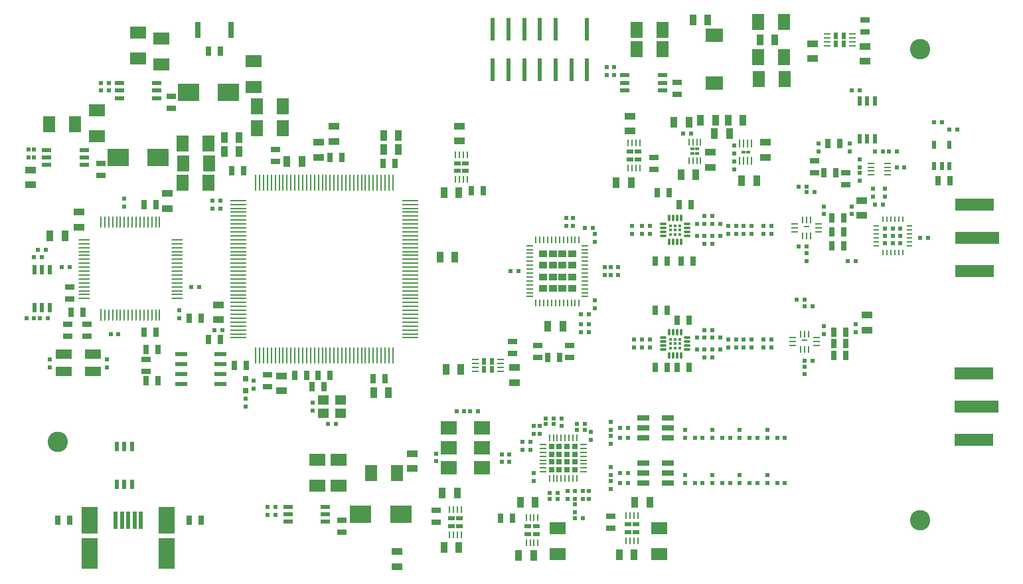
<source format=gtp>
G04 #@! TF.FileFunction,Paste,Top*
%FSLAX46Y46*%
G04 Gerber Fmt 4.6, Leading zero omitted, Abs format (unit mm)*
G04 Created by KiCad (PCBNEW 4.0.7) date 12/26/17 18:21:05*
%MOMM*%
%LPD*%
G01*
G04 APERTURE LIST*
%ADD10C,0.100000*%
%ADD11R,0.635000X1.143000*%
%ADD12R,0.250000X2.000000*%
%ADD13R,2.000000X0.250000*%
%ADD14R,1.397000X0.889000*%
%ADD15R,0.889000X1.397000*%
%ADD16R,0.500000X0.600000*%
%ADD17R,0.600000X0.500000*%
%ADD18R,1.143000X0.635000*%
%ADD19R,1.524000X2.032000*%
%ADD20R,2.032000X1.524000*%
%ADD21R,0.500380X2.250440*%
%ADD22R,2.049780X3.500120*%
%ADD23R,2.049780X4.000500*%
%ADD24R,4.900000X1.600000*%
%ADD25R,5.600000X1.600000*%
%ADD26R,1.500000X0.600000*%
%ADD27R,0.500000X1.300000*%
%ADD28R,0.248920X1.524000*%
%ADD29O,0.248920X1.524000*%
%ADD30O,1.524000X0.248920*%
%ADD31R,0.770000X0.250000*%
%ADD32O,1.000000X0.250000*%
%ADD33O,0.250000X1.000000*%
%ADD34R,1.300000X0.500000*%
%ADD35R,0.589255X0.589255*%
%ADD36R,0.800000X0.250000*%
%ADD37R,0.250000X0.800000*%
%ADD38O,0.900000X0.250000*%
%ADD39R,0.600000X1.100000*%
%ADD40R,0.341768X0.341768*%
%ADD41O,1.000000X0.300000*%
%ADD42O,0.300000X1.000000*%
%ADD43R,0.636396X0.636396*%
%ADD44R,0.862670X0.565685*%
%ADD45R,0.565685X0.862670*%
%ADD46R,0.565685X0.318198*%
%ADD47R,0.250000X1.000000*%
%ADD48R,0.797560X0.797560*%
%ADD49R,0.800000X2.000000*%
%ADD50R,1.400000X1.200000*%
%ADD51R,2.000000X1.200000*%
%ADD52R,1.650000X0.760000*%
%ADD53R,2.200000X1.700000*%
%ADD54R,2.700000X2.200000*%
%ADD55R,0.600000X3.000000*%
%ADD56R,1.140209X0.956361*%
%ADD57O,0.950000X0.250000*%
%ADD58O,0.250000X0.950000*%
%ADD59R,2.000000X1.800000*%
%ADD60C,2.600000*%
%ADD61R,0.530330X0.353553*%
%ADD62R,0.250000X0.850000*%
G04 APERTURE END LIST*
D10*
D11*
X167750000Y-97000000D03*
X166226000Y-97000000D03*
D12*
X132750000Y-87000000D03*
X132250000Y-87000000D03*
X131750000Y-87000000D03*
X131250000Y-87000000D03*
X130750000Y-87000000D03*
X130250000Y-87000000D03*
X129750000Y-87000000D03*
X129250000Y-87000000D03*
X128750000Y-87000000D03*
X128250000Y-87000000D03*
X127750000Y-87000000D03*
X127250000Y-87000000D03*
X126750000Y-87000000D03*
X126250000Y-87000000D03*
X125750000Y-87000000D03*
X125250000Y-87000000D03*
X124750000Y-87000000D03*
X124250000Y-87000000D03*
X123750000Y-87000000D03*
X123250000Y-87000000D03*
X122750000Y-87000000D03*
X122250000Y-87000000D03*
X121750000Y-87000000D03*
X121250000Y-87000000D03*
X120750000Y-87000000D03*
X120250000Y-87000000D03*
X119750000Y-87000000D03*
X119250000Y-87000000D03*
X118750000Y-87000000D03*
X118250000Y-87000000D03*
X117750000Y-87000000D03*
X117250000Y-87000000D03*
X116750000Y-87000000D03*
X116250000Y-87000000D03*
X115750000Y-87000000D03*
X115250000Y-87000000D03*
D13*
X113000000Y-89250000D03*
X113000000Y-89750000D03*
X113000000Y-90250000D03*
X113000000Y-90750000D03*
X113000000Y-91250000D03*
X113000000Y-91750000D03*
X113000000Y-92250000D03*
X113000000Y-92750000D03*
X113000000Y-93250000D03*
X113000000Y-93750000D03*
X113000000Y-94250000D03*
X113000000Y-94750000D03*
X113000000Y-95250000D03*
X113000000Y-95750000D03*
X113000000Y-96250000D03*
X113000000Y-96750000D03*
X113000000Y-97250000D03*
X113000000Y-97750000D03*
X113000000Y-98250000D03*
X113000000Y-98750000D03*
X113000000Y-99250000D03*
X113000000Y-99750000D03*
X113000000Y-100250000D03*
X113000000Y-100750000D03*
X113000000Y-101250000D03*
X113000000Y-101750000D03*
X113000000Y-102250000D03*
X113000000Y-102750000D03*
X113000000Y-103250000D03*
X113000000Y-103750000D03*
X113000000Y-104250000D03*
X113000000Y-104750000D03*
X113000000Y-105250000D03*
X113000000Y-105750000D03*
X113000000Y-106250000D03*
X113000000Y-106750000D03*
D12*
X115250000Y-109000000D03*
X115750000Y-109000000D03*
X116250000Y-109000000D03*
X116750000Y-109000000D03*
X117250000Y-109000000D03*
X117750000Y-109000000D03*
X118250000Y-109000000D03*
X118750000Y-109000000D03*
X119250000Y-109000000D03*
X119750000Y-109000000D03*
X120250000Y-109000000D03*
X120750000Y-109000000D03*
X121250000Y-109000000D03*
X121750000Y-109000000D03*
X122250000Y-109000000D03*
X122750000Y-109000000D03*
X123250000Y-109000000D03*
X123750000Y-109000000D03*
X124250000Y-109000000D03*
X124750000Y-109000000D03*
X125250000Y-109000000D03*
X125750000Y-109000000D03*
X126250000Y-109000000D03*
X126750000Y-109000000D03*
X127250000Y-109000000D03*
X127750000Y-109000000D03*
X128250000Y-109000000D03*
X128750000Y-109000000D03*
X129250000Y-109000000D03*
X129750000Y-109000000D03*
X130250000Y-109000000D03*
X130750000Y-109000000D03*
X131250000Y-109000000D03*
X131750000Y-109000000D03*
X132250000Y-109000000D03*
X132750000Y-109000000D03*
D13*
X135000000Y-106750000D03*
X135000000Y-106250000D03*
X135000000Y-105750000D03*
X135000000Y-105250000D03*
X135000000Y-104750000D03*
X135000000Y-104250000D03*
X135000000Y-103750000D03*
X135000000Y-103250000D03*
X135000000Y-102750000D03*
X135000000Y-102250000D03*
X135000000Y-101750000D03*
X135000000Y-101250000D03*
X135000000Y-100750000D03*
X135000000Y-100250000D03*
X135000000Y-99750000D03*
X135000000Y-99250000D03*
X135000000Y-98750000D03*
X135000000Y-98250000D03*
X135000000Y-97750000D03*
X135000000Y-97250000D03*
X135000000Y-96750000D03*
X135000000Y-96250000D03*
X135000000Y-95750000D03*
X135000000Y-95250000D03*
X135000000Y-94750000D03*
X135000000Y-94250000D03*
X135000000Y-93750000D03*
X135000000Y-93250000D03*
X135000000Y-92750000D03*
X135000000Y-92250000D03*
X135000000Y-91750000D03*
X135000000Y-91250000D03*
X135000000Y-90750000D03*
X135000000Y-90250000D03*
X135000000Y-89750000D03*
X135000000Y-89250000D03*
D11*
X110774000Y-107000000D03*
X109250000Y-107000000D03*
X112488000Y-110250000D03*
X114012000Y-110250000D03*
D14*
X110500000Y-104452500D03*
X110500000Y-102547500D03*
D11*
X124000000Y-113000000D03*
X122476000Y-113000000D03*
X113750000Y-85500000D03*
X112226000Y-85500000D03*
D15*
X133452500Y-81000000D03*
X131547500Y-81000000D03*
X140655000Y-96500000D03*
X138750000Y-96500000D03*
D11*
X123226000Y-111500000D03*
X124750000Y-111500000D03*
D15*
X121155000Y-84250000D03*
X119250000Y-84250000D03*
D14*
X123250000Y-81845000D03*
X123250000Y-83750000D03*
D16*
X109750000Y-89250000D03*
X110750000Y-89250000D03*
X109750000Y-90250000D03*
X110750000Y-90250000D03*
X110000000Y-105750000D03*
X111000000Y-105750000D03*
D17*
X115000000Y-113250000D03*
X115000000Y-112250000D03*
D11*
X109226000Y-70250000D03*
X110750000Y-70250000D03*
X100988000Y-106000000D03*
X102512000Y-106000000D03*
D17*
X96250000Y-109500000D03*
X96250000Y-110500000D03*
D18*
X91500000Y-101762000D03*
X91500000Y-100238000D03*
D11*
X100988000Y-89750000D03*
X102512000Y-89750000D03*
D14*
X92750000Y-90750000D03*
X92750000Y-92655000D03*
D17*
X89000000Y-110500000D03*
X89000000Y-109500000D03*
D11*
X106738000Y-104250000D03*
X108262000Y-104250000D03*
D18*
X91250000Y-105000000D03*
X91250000Y-106524000D03*
D15*
X89000000Y-93750000D03*
X90905000Y-93750000D03*
D11*
X101238000Y-112250000D03*
X102762000Y-112250000D03*
X101238000Y-108250000D03*
X102762000Y-108250000D03*
D18*
X93750000Y-104988000D03*
X93750000Y-106512000D03*
D11*
X131488000Y-84500000D03*
X133012000Y-84500000D03*
X124738000Y-83750000D03*
X126262000Y-83750000D03*
D18*
X117750000Y-84274000D03*
X117750000Y-82750000D03*
D14*
X125250000Y-79797500D03*
X125250000Y-81702500D03*
D15*
X133452500Y-82750000D03*
X131547500Y-82750000D03*
D11*
X121774000Y-111500000D03*
X120250000Y-111500000D03*
X130226000Y-112000000D03*
X131750000Y-112000000D03*
D18*
X116750000Y-111488000D03*
X116750000Y-113012000D03*
D14*
X118500000Y-113500000D03*
X118500000Y-111595000D03*
D15*
X132202500Y-113750000D03*
X130297500Y-113750000D03*
D18*
X151250000Y-109262000D03*
X151250000Y-107738000D03*
X155250000Y-109262000D03*
X155250000Y-107738000D03*
D16*
X160500000Y-98750000D03*
X161500000Y-98750000D03*
X160500000Y-97750000D03*
X161500000Y-97750000D03*
D17*
X159750000Y-98750000D03*
X159750000Y-97750000D03*
D15*
X152500000Y-105250000D03*
X154405000Y-105250000D03*
D17*
X154900000Y-92500000D03*
X154900000Y-91500000D03*
X155700000Y-92500000D03*
X155700000Y-91500000D03*
D16*
X184250000Y-101900000D03*
X185250000Y-101900000D03*
X185250000Y-102700000D03*
X186250000Y-102700000D03*
D17*
X185250000Y-111400000D03*
X185250000Y-110400000D03*
D16*
X186250000Y-109650000D03*
X185250000Y-109650000D03*
D14*
X193250000Y-103845000D03*
X193250000Y-105750000D03*
D17*
X191750000Y-105000000D03*
X191750000Y-106000000D03*
X187750000Y-105250000D03*
X187750000Y-106250000D03*
D16*
X181000000Y-108000000D03*
X180000000Y-108000000D03*
X181000000Y-107000000D03*
X180000000Y-107000000D03*
D17*
X175500000Y-107000000D03*
X175500000Y-108000000D03*
D16*
X171500000Y-108250000D03*
X172500000Y-108250000D03*
D11*
X168988000Y-104500000D03*
X170512000Y-104500000D03*
X167750000Y-110500000D03*
X166226000Y-110500000D03*
D17*
X163500000Y-107000000D03*
X163500000Y-108000000D03*
D19*
X133302000Y-124000000D03*
X130000000Y-124000000D03*
D20*
X153750000Y-134302000D03*
X153750000Y-131000000D03*
X166750000Y-134302000D03*
X166750000Y-131000000D03*
D15*
X150705000Y-134500000D03*
X148800000Y-134500000D03*
X141155000Y-133500000D03*
X139250000Y-133500000D03*
X163505000Y-134400000D03*
X161600000Y-134400000D03*
D14*
X135250000Y-123405000D03*
X135250000Y-121500000D03*
X133250000Y-134000000D03*
X133250000Y-135905000D03*
D20*
X123100000Y-125551000D03*
X123100000Y-122249000D03*
X125800000Y-125600000D03*
X125800000Y-122298000D03*
D11*
X148000000Y-129750000D03*
X146476000Y-129750000D03*
D18*
X138250000Y-128738000D03*
X138250000Y-130262000D03*
X160500000Y-129476000D03*
X160500000Y-131000000D03*
X126250000Y-129988000D03*
X126250000Y-131512000D03*
D15*
X150905000Y-127750000D03*
X149000000Y-127750000D03*
X140952500Y-126500000D03*
X139047500Y-126500000D03*
X163595000Y-127750000D03*
X165500000Y-127750000D03*
D16*
X156000000Y-129750000D03*
X157000000Y-129750000D03*
X156000000Y-127250000D03*
X157000000Y-127250000D03*
X156000000Y-126250000D03*
X157000000Y-126250000D03*
X147615124Y-122584350D03*
X146615124Y-122584350D03*
X146615124Y-121584350D03*
X147615124Y-121584350D03*
X161750000Y-118250000D03*
X162750000Y-118250000D03*
X162750000Y-119500000D03*
X161750000Y-119500000D03*
X161750000Y-124000000D03*
X162750000Y-124000000D03*
X162750000Y-125250000D03*
X161750000Y-125250000D03*
X156250000Y-118500000D03*
X157250000Y-118500000D03*
X153250000Y-117750000D03*
X152250000Y-117750000D03*
D17*
X150750000Y-119000000D03*
X150750000Y-118000000D03*
D16*
X171250000Y-119500000D03*
X172250000Y-119500000D03*
X171250000Y-125250000D03*
X172250000Y-125250000D03*
X174750000Y-119500000D03*
X175750000Y-119500000D03*
X174750000Y-125250000D03*
X175750000Y-125250000D03*
D17*
X177000000Y-119500000D03*
X177000000Y-118500000D03*
X177000000Y-125250000D03*
X177000000Y-124250000D03*
X180500000Y-119500000D03*
X180500000Y-118500000D03*
X180500000Y-125250000D03*
X180500000Y-124250000D03*
D20*
X115000000Y-74802000D03*
X115000000Y-71500000D03*
D14*
X141250000Y-81655000D03*
X141250000Y-79750000D03*
D19*
X105948000Y-82000000D03*
X109250000Y-82000000D03*
X115448000Y-77250000D03*
X118750000Y-77250000D03*
X106000000Y-84500000D03*
X109302000Y-84500000D03*
X115448000Y-80000000D03*
X118750000Y-80000000D03*
X105948000Y-87000000D03*
X109250000Y-87000000D03*
D15*
X113155000Y-81250000D03*
X111250000Y-81250000D03*
D14*
X104000000Y-88345000D03*
X104000000Y-90250000D03*
D11*
X142726000Y-88000000D03*
X144250000Y-88000000D03*
D15*
X113155000Y-83000000D03*
X111250000Y-83000000D03*
D14*
X86500000Y-85345000D03*
X86500000Y-87250000D03*
D20*
X103250000Y-71901000D03*
X103250000Y-68599000D03*
X95000000Y-81052000D03*
X95000000Y-77750000D03*
D15*
X141155000Y-88250000D03*
X139250000Y-88250000D03*
D20*
X100250000Y-71151000D03*
X100250000Y-67849000D03*
D19*
X92250000Y-79500000D03*
X88948000Y-79500000D03*
D18*
X104500000Y-75988000D03*
X104500000Y-77512000D03*
X95500000Y-84488000D03*
X95500000Y-86012000D03*
D15*
X141405000Y-110750000D03*
X139500000Y-110750000D03*
D18*
X148000000Y-108774000D03*
X148000000Y-107250000D03*
D14*
X148250000Y-110547500D03*
X148250000Y-112452500D03*
X180250000Y-81845000D03*
X180250000Y-83750000D03*
D19*
X179349000Y-66500000D03*
X182651000Y-66500000D03*
D15*
X179155000Y-86750000D03*
X177250000Y-86750000D03*
D19*
X179349000Y-71000000D03*
X182651000Y-71000000D03*
X179448000Y-73750000D03*
X182750000Y-73750000D03*
D15*
X172905000Y-66250000D03*
X171000000Y-66250000D03*
X177405000Y-79000000D03*
X175500000Y-79000000D03*
X179547500Y-68750000D03*
X181452500Y-68750000D03*
D19*
X167151000Y-67500000D03*
X163849000Y-67500000D03*
D15*
X175655000Y-80750000D03*
X173750000Y-80750000D03*
D19*
X167151000Y-70000000D03*
X163849000Y-70000000D03*
D14*
X173250000Y-83095000D03*
X173250000Y-85000000D03*
X186250000Y-69250000D03*
X186250000Y-71155000D03*
X163000000Y-80405000D03*
X163000000Y-78500000D03*
D18*
X169000000Y-74238000D03*
X169000000Y-75762000D03*
D15*
X171405000Y-86000000D03*
X169500000Y-86000000D03*
D16*
X170750000Y-80750000D03*
X169750000Y-80750000D03*
D18*
X193000000Y-67774000D03*
X193000000Y-66250000D03*
X166000000Y-85274000D03*
X166000000Y-83750000D03*
D15*
X170500000Y-79250000D03*
X168595000Y-79250000D03*
X172000000Y-79000000D03*
X173905000Y-79000000D03*
D14*
X193000000Y-69595000D03*
X193000000Y-71500000D03*
D15*
X163155000Y-87000000D03*
X161250000Y-87000000D03*
D16*
X201000000Y-94000000D03*
X200000000Y-94000000D03*
X190750000Y-97000000D03*
X191750000Y-97000000D03*
D17*
X195500000Y-88750000D03*
X195500000Y-87750000D03*
X194000000Y-88750000D03*
X194000000Y-87750000D03*
D18*
X190500000Y-85738000D03*
X190500000Y-87262000D03*
D17*
X192250000Y-85750000D03*
X192250000Y-86750000D03*
D16*
X198000000Y-85000000D03*
X197000000Y-85000000D03*
D18*
X186500000Y-85750000D03*
X186500000Y-84226000D03*
D17*
X187000000Y-83000000D03*
X187000000Y-82000000D03*
X191000000Y-83000000D03*
X191000000Y-82000000D03*
D11*
X203762000Y-86750000D03*
X202238000Y-86750000D03*
D16*
X184500000Y-87500000D03*
X185500000Y-87500000D03*
X185500000Y-88200000D03*
X186500000Y-88200000D03*
D17*
X185500000Y-97000000D03*
X185500000Y-96000000D03*
D16*
X184500000Y-95150000D03*
X185500000Y-95150000D03*
D14*
X192500000Y-89250000D03*
X192500000Y-91155000D03*
D17*
X191250000Y-90000000D03*
X191250000Y-91000000D03*
X187750000Y-90000000D03*
X187750000Y-91000000D03*
D16*
X181000000Y-93500000D03*
X180000000Y-93500000D03*
X181000000Y-92500000D03*
X180000000Y-92500000D03*
D17*
X175500000Y-92500000D03*
X175500000Y-93500000D03*
D16*
X171500000Y-93750000D03*
X172500000Y-93750000D03*
D11*
X169238000Y-89750000D03*
X170762000Y-89750000D03*
D17*
X163250000Y-93500000D03*
X163250000Y-92500000D03*
D21*
X97399800Y-129999500D03*
X98199900Y-129999500D03*
X99000000Y-129999500D03*
X99800100Y-129999500D03*
X100600200Y-129999500D03*
D22*
X94074940Y-129999500D03*
X103925060Y-129999500D03*
D23*
X94074940Y-134200660D03*
X103925060Y-134200660D03*
D24*
X206850000Y-111250000D03*
X206850000Y-119750000D03*
D25*
X207200000Y-115500000D03*
D24*
X206900000Y-89750000D03*
X206900000Y-98250000D03*
D25*
X207250000Y-94000000D03*
D18*
X101250000Y-111012000D03*
X101250000Y-109488000D03*
D11*
X91738000Y-103500000D03*
X93262000Y-103500000D03*
X152488000Y-109250000D03*
X154012000Y-109250000D03*
X188988000Y-106000000D03*
X190512000Y-106000000D03*
X188976000Y-109000000D03*
X190500000Y-109000000D03*
X188976000Y-107500000D03*
X190500000Y-107500000D03*
X167762000Y-103250000D03*
X166238000Y-103250000D03*
X168976000Y-110500000D03*
X170500000Y-110500000D03*
D16*
X165500000Y-107000000D03*
X164500000Y-107000000D03*
X165500000Y-108000000D03*
X164500000Y-108000000D03*
D17*
X160500000Y-120250000D03*
X160500000Y-119250000D03*
X160500000Y-126000000D03*
X160500000Y-125000000D03*
X160500000Y-117500000D03*
X160500000Y-118500000D03*
X160500000Y-123250000D03*
X160500000Y-124250000D03*
X170000000Y-119500000D03*
X170000000Y-118500000D03*
X170000000Y-125250000D03*
X170000000Y-124250000D03*
X173500000Y-119500000D03*
X173500000Y-118500000D03*
X173500000Y-125250000D03*
X173500000Y-124250000D03*
D16*
X178250000Y-119500000D03*
X179250000Y-119500000D03*
X178250000Y-125250000D03*
X179250000Y-125250000D03*
X181750000Y-119500000D03*
X182750000Y-119500000D03*
X181750000Y-125250000D03*
X182750000Y-125250000D03*
D11*
X189274000Y-85750000D03*
X187750000Y-85750000D03*
X188238000Y-82000000D03*
X189762000Y-82000000D03*
X188726000Y-91500000D03*
X190250000Y-91500000D03*
X188738000Y-95000000D03*
X190262000Y-95000000D03*
X188738000Y-93250000D03*
X190262000Y-93250000D03*
X168012000Y-88250000D03*
X166488000Y-88250000D03*
X169476000Y-97000000D03*
X171000000Y-97000000D03*
D16*
X165500000Y-93500000D03*
X164500000Y-93500000D03*
X165500000Y-92500000D03*
X164500000Y-92500000D03*
D17*
X114000000Y-115500000D03*
X114000000Y-114500000D03*
D11*
X106738000Y-130000000D03*
X108262000Y-130000000D03*
X91500000Y-130000000D03*
X89976000Y-130000000D03*
D16*
X87000000Y-104250000D03*
X86000000Y-104250000D03*
X88500000Y-95500000D03*
X87500000Y-95500000D03*
X88750000Y-104250000D03*
X87750000Y-104250000D03*
X88000000Y-96500000D03*
X87000000Y-96500000D03*
X157750000Y-106000000D03*
X156750000Y-106000000D03*
X156750000Y-105000000D03*
X157750000Y-105000000D03*
D17*
X178500000Y-107000000D03*
X178500000Y-108000000D03*
D16*
X173500000Y-108250000D03*
X174500000Y-108250000D03*
X173500000Y-106750000D03*
X174500000Y-106750000D03*
X172500000Y-109250000D03*
X173500000Y-109250000D03*
X172500000Y-105750000D03*
X173500000Y-105750000D03*
D17*
X116800000Y-128300000D03*
X116800000Y-129300000D03*
X117800000Y-129300000D03*
X117800000Y-128300000D03*
D16*
X143615124Y-116084350D03*
X142615124Y-116084350D03*
X141865124Y-116084350D03*
X140865124Y-116084350D03*
D17*
X138250000Y-121500000D03*
X138250000Y-122500000D03*
X156000000Y-129000000D03*
X156000000Y-128000000D03*
X157750000Y-127250000D03*
X157750000Y-126250000D03*
X154250000Y-117000000D03*
X154250000Y-118000000D03*
X95500000Y-74250000D03*
X95500000Y-75250000D03*
X86250000Y-82750000D03*
X86250000Y-83750000D03*
X96500000Y-75250000D03*
X96500000Y-74250000D03*
X87000000Y-83750000D03*
X87000000Y-82750000D03*
X160000000Y-73250000D03*
X160000000Y-72250000D03*
X161000000Y-72250000D03*
X161000000Y-73250000D03*
D16*
X195250000Y-89750000D03*
X194250000Y-89750000D03*
D17*
X192250000Y-85000000D03*
X192250000Y-84000000D03*
D16*
X194250000Y-83000000D03*
X195250000Y-83000000D03*
X196000000Y-83000000D03*
X197000000Y-83000000D03*
X192250000Y-75250000D03*
X191250000Y-75250000D03*
X202750000Y-79250000D03*
X201750000Y-79250000D03*
X204750000Y-80250000D03*
X203750000Y-80250000D03*
D17*
X178500000Y-92500000D03*
X178500000Y-93500000D03*
D16*
X176500000Y-93500000D03*
X177500000Y-93500000D03*
X176500000Y-92500000D03*
X177500000Y-92500000D03*
X173500000Y-93750000D03*
X174500000Y-93750000D03*
X173500000Y-92250000D03*
X174500000Y-92250000D03*
D26*
X105750000Y-108845000D03*
X105750000Y-110115000D03*
X105750000Y-111385000D03*
X105750000Y-112655000D03*
X110750000Y-108845000D03*
X110750000Y-110115000D03*
X110750000Y-111385000D03*
X110750000Y-112655000D03*
D27*
X87050000Y-98100000D03*
X87050000Y-102900000D03*
X88000000Y-98100000D03*
X88000000Y-102900000D03*
X88950000Y-98100000D03*
X88950000Y-102900000D03*
D28*
X95500960Y-103869940D03*
D29*
X96001340Y-103869940D03*
X96501720Y-103869940D03*
X97002100Y-103869940D03*
X97502480Y-103869940D03*
X98000320Y-103869940D03*
X98500700Y-103869940D03*
X99001080Y-103869940D03*
X99501460Y-103869940D03*
X100001840Y-103869940D03*
X100502220Y-103869940D03*
X101000060Y-103869940D03*
X101500440Y-103869940D03*
X102000820Y-103869940D03*
X102501200Y-103869940D03*
X103001580Y-103869940D03*
D30*
X105282500Y-101749040D03*
X105282500Y-101248660D03*
X105282500Y-100748280D03*
X105282500Y-100247900D03*
X105282500Y-99747520D03*
X105282500Y-99249680D03*
X105282500Y-98749300D03*
X105282500Y-98248920D03*
X105282500Y-97748540D03*
X105282500Y-97248160D03*
X105282500Y-96747780D03*
X105282500Y-96249940D03*
X105282500Y-95749560D03*
X105282500Y-95249180D03*
X105282500Y-94748800D03*
X105282500Y-94248420D03*
D29*
X103001580Y-91967500D03*
X102501200Y-91967500D03*
X102000820Y-91967500D03*
X101500440Y-91967500D03*
X101000060Y-91967500D03*
X100502220Y-91967500D03*
X100001840Y-91967500D03*
X99501460Y-91967500D03*
X99001080Y-91967500D03*
X98500700Y-91967500D03*
X98000320Y-91967500D03*
X97502480Y-91967500D03*
X97002100Y-91967500D03*
X96501720Y-91967500D03*
X96001340Y-91967500D03*
X95500960Y-91967500D03*
D30*
X93380060Y-94248420D03*
X93380060Y-94748800D03*
X93380060Y-95749560D03*
X93362280Y-95249180D03*
X93380060Y-96249940D03*
X93380060Y-96747780D03*
X93380060Y-97248160D03*
X93380060Y-97748540D03*
X93380060Y-98248920D03*
X93380060Y-98749300D03*
X93380060Y-99242060D03*
X93380060Y-99742440D03*
X93380060Y-100242820D03*
X93380060Y-100743200D03*
X93380060Y-101241040D03*
X93380060Y-101741420D03*
D31*
X185250000Y-107075000D03*
D32*
X183750000Y-106750000D03*
X183750000Y-107250000D03*
X183750000Y-107750000D03*
D33*
X184750000Y-108250000D03*
X185250000Y-108250000D03*
X185750000Y-108250000D03*
D32*
X186750000Y-107750000D03*
X186750000Y-107250000D03*
X186750000Y-106750000D03*
D33*
X185750000Y-106250000D03*
X185250000Y-106250000D03*
X184750000Y-106250000D03*
D34*
X119350000Y-130200000D03*
X124150000Y-130200000D03*
X119350000Y-129250000D03*
X124150000Y-129250000D03*
X119350000Y-128300000D03*
X124150000Y-128300000D03*
X97850000Y-76200000D03*
X102650000Y-76200000D03*
X97850000Y-75250000D03*
X102650000Y-75250000D03*
X97850000Y-74300000D03*
X102650000Y-74300000D03*
X88600000Y-84700000D03*
X93400000Y-84700000D03*
X88600000Y-83750000D03*
X93400000Y-83750000D03*
X88600000Y-82800000D03*
X93400000Y-82800000D03*
X162350000Y-75200000D03*
X167150000Y-75200000D03*
X162350000Y-74250000D03*
X167150000Y-74250000D03*
X162350000Y-73300000D03*
X167150000Y-73300000D03*
D35*
X197455372Y-94705372D03*
X197455372Y-93750000D03*
X197455372Y-92794628D03*
X196500000Y-94705372D03*
X196500000Y-93750000D03*
X196500000Y-92794628D03*
X195544628Y-94705372D03*
X195544628Y-93750000D03*
X195544628Y-92794628D03*
D36*
X198600000Y-95000000D03*
X198600000Y-94500000D03*
X198600000Y-94000000D03*
X198600000Y-93500000D03*
X198600000Y-93000000D03*
X198600000Y-92500000D03*
D37*
X197750000Y-91650000D03*
X197250000Y-91650000D03*
X196750000Y-91650000D03*
X196250000Y-91650000D03*
X195750000Y-91650000D03*
X195250000Y-91650000D03*
D36*
X194400000Y-92500000D03*
X194400000Y-93000000D03*
X194400000Y-93500000D03*
X194400000Y-94000000D03*
X194400000Y-94500000D03*
X194400000Y-95000000D03*
D37*
X195250000Y-95850000D03*
X195750000Y-95850000D03*
X196250000Y-95850000D03*
X196750000Y-95850000D03*
X197250000Y-95850000D03*
X197750000Y-95850000D03*
D38*
X195800000Y-86000000D03*
X195800000Y-85500000D03*
X195800000Y-85000000D03*
X195800000Y-84500000D03*
X193700000Y-84500000D03*
X193700000Y-85000000D03*
X193700000Y-85500000D03*
X193700000Y-86000000D03*
D39*
X201800000Y-82150000D03*
X201800000Y-84850000D03*
X202750000Y-84850000D03*
X203700000Y-82150000D03*
X203700000Y-84850000D03*
D31*
X185500000Y-92575000D03*
D32*
X184000000Y-92250000D03*
X184000000Y-92750000D03*
X184000000Y-93250000D03*
D33*
X185000000Y-93750000D03*
X185500000Y-93750000D03*
X186000000Y-93750000D03*
D32*
X187000000Y-93250000D03*
X187000000Y-92750000D03*
X187000000Y-92250000D03*
D33*
X186000000Y-91750000D03*
X185500000Y-91750000D03*
X185000000Y-91750000D03*
D16*
X171500000Y-106750000D03*
X172500000Y-106750000D03*
X171500000Y-92250000D03*
X172500000Y-92250000D03*
X124500000Y-117750000D03*
X125500000Y-117750000D03*
D17*
X122500000Y-115000000D03*
X122500000Y-116000000D03*
D16*
X176500000Y-108000000D03*
X177500000Y-108000000D03*
X176500000Y-107000000D03*
X177500000Y-107000000D03*
X172500000Y-94750000D03*
X173500000Y-94750000D03*
X172500000Y-91250000D03*
X173500000Y-91250000D03*
D40*
X169304115Y-108054115D03*
X169304115Y-107500000D03*
X169304115Y-106945885D03*
X168750000Y-108054115D03*
X168750000Y-107500000D03*
X168750000Y-106945885D03*
X168195885Y-108054115D03*
X168195885Y-107500000D03*
X168195885Y-106945885D03*
D41*
X170250000Y-108250000D03*
X170250000Y-107750000D03*
X170250000Y-107250000D03*
X170250000Y-106750000D03*
D42*
X169500000Y-106000000D03*
X169000000Y-106000000D03*
X168500000Y-106000000D03*
X168000000Y-106000000D03*
D41*
X167250000Y-106750000D03*
X167250000Y-107250000D03*
X167250000Y-107750000D03*
X167250000Y-108250000D03*
D42*
X168000000Y-109000000D03*
X168500000Y-109000000D03*
X169000000Y-109000000D03*
X169500000Y-109000000D03*
D40*
X169304115Y-93554115D03*
X169304115Y-93000000D03*
X169304115Y-92445885D03*
X168750000Y-93554115D03*
X168750000Y-93000000D03*
X168750000Y-92445885D03*
X168195885Y-93554115D03*
X168195885Y-93000000D03*
X168195885Y-92445885D03*
D41*
X170250000Y-93750000D03*
X170250000Y-93250000D03*
X170250000Y-92750000D03*
X170250000Y-92250000D03*
D42*
X169500000Y-91500000D03*
X169000000Y-91500000D03*
X168500000Y-91500000D03*
X168000000Y-91500000D03*
D41*
X167250000Y-92250000D03*
X167250000Y-92750000D03*
X167250000Y-93250000D03*
X167250000Y-93750000D03*
D42*
X168000000Y-94500000D03*
X168500000Y-94500000D03*
X169000000Y-94500000D03*
X169500000Y-94500000D03*
D43*
X152983323Y-123566151D03*
X153971191Y-123566151D03*
X154959057Y-123566151D03*
X155946925Y-123566151D03*
X152983323Y-122578283D03*
X153971191Y-122578283D03*
X154959057Y-122578283D03*
X155946925Y-122578283D03*
X152983323Y-121590417D03*
X153971191Y-121590417D03*
X154959057Y-121590417D03*
X155946925Y-121590417D03*
X152983323Y-120602549D03*
X153971191Y-120602549D03*
X154959057Y-120602549D03*
X155946925Y-120602549D03*
D33*
X152715124Y-124684350D03*
X153215124Y-124684350D03*
X153715124Y-124684350D03*
X154215124Y-124684350D03*
X154715124Y-124684350D03*
X155215124Y-124684350D03*
X155715124Y-124684350D03*
X156215124Y-124684350D03*
D32*
X157065124Y-123834350D03*
X157065124Y-123334350D03*
X157065124Y-122834350D03*
X157065124Y-122334350D03*
X157065124Y-121834350D03*
X157065124Y-121334350D03*
X157065124Y-120834350D03*
X157065124Y-120334350D03*
D33*
X156215124Y-119484350D03*
X155715124Y-119484350D03*
X155215124Y-119484350D03*
X154715124Y-119484350D03*
X154215124Y-119484350D03*
X153715124Y-119484350D03*
X153215124Y-119484350D03*
X152715124Y-119484350D03*
D32*
X151865124Y-120334350D03*
X151865124Y-120834350D03*
X151865124Y-121334350D03*
X151865124Y-121834350D03*
X151865124Y-122334350D03*
X151865124Y-122834350D03*
X151865124Y-123334350D03*
X151865124Y-123834350D03*
D44*
X151017157Y-130750000D03*
X149982843Y-130750000D03*
X151017157Y-131750000D03*
X149982843Y-131750000D03*
D33*
X151250000Y-129650000D03*
X150750000Y-129650000D03*
X150250000Y-129650000D03*
X149750000Y-129650000D03*
X149750000Y-132850000D03*
X150250000Y-132850000D03*
X150750000Y-132850000D03*
X151250000Y-132850000D03*
D44*
X141250000Y-129750000D03*
X140215686Y-129750000D03*
X141250000Y-130750000D03*
X140215686Y-130750000D03*
D33*
X141482843Y-128650000D03*
X140982843Y-128650000D03*
X140482843Y-128650000D03*
X139982843Y-128650000D03*
X139982843Y-131850000D03*
X140482843Y-131850000D03*
X140982843Y-131850000D03*
X141482843Y-131850000D03*
D44*
X163767157Y-130500000D03*
X162732843Y-130500000D03*
X163767157Y-131500000D03*
X162732843Y-131500000D03*
D33*
X164000000Y-129400000D03*
X163500000Y-129400000D03*
X163000000Y-129400000D03*
X162500000Y-129400000D03*
X162500000Y-132600000D03*
X163000000Y-132600000D03*
X163500000Y-132600000D03*
X164000000Y-132600000D03*
D44*
X140982843Y-85500000D03*
X142017157Y-85500000D03*
X140982843Y-84500000D03*
X142017157Y-84500000D03*
D33*
X140750000Y-86600000D03*
X141250000Y-86600000D03*
X141750000Y-86600000D03*
X142250000Y-86600000D03*
X142250000Y-83400000D03*
X141750000Y-83400000D03*
X141250000Y-83400000D03*
X140750000Y-83400000D03*
D45*
X145400000Y-110767157D03*
X145400000Y-109732843D03*
X144400000Y-110767157D03*
X144400000Y-109732843D03*
D32*
X146500000Y-111000000D03*
X146500000Y-110500000D03*
X146500000Y-110000000D03*
X146500000Y-109500000D03*
X143300000Y-109500000D03*
X143300000Y-110000000D03*
X143300000Y-110500000D03*
X143300000Y-111000000D03*
D46*
X178040900Y-83050000D03*
X177459100Y-83050000D03*
D47*
X178500000Y-81950000D03*
X178000000Y-81950000D03*
X177500000Y-81950000D03*
X177000000Y-81950000D03*
X177000000Y-84150000D03*
X177500000Y-84150000D03*
X178000000Y-84150000D03*
X178500000Y-84150000D03*
D45*
X190250000Y-69267157D03*
X190250000Y-68232843D03*
X189250000Y-69267157D03*
X189250000Y-68232843D03*
D32*
X191350000Y-69500000D03*
X191350000Y-69000000D03*
X191350000Y-68500000D03*
X191350000Y-68000000D03*
X188150000Y-68000000D03*
X188150000Y-68500000D03*
X188150000Y-69000000D03*
X188150000Y-69500000D03*
D44*
X162982843Y-84000000D03*
X164017157Y-84000000D03*
X162982843Y-83000000D03*
X164017157Y-83000000D03*
D33*
X162750000Y-85100000D03*
X163250000Y-85100000D03*
X163750000Y-85100000D03*
X164250000Y-85100000D03*
X164250000Y-81900000D03*
X163750000Y-81900000D03*
X163250000Y-81900000D03*
X162750000Y-81900000D03*
D48*
X114000000Y-113498600D03*
X114000000Y-112000000D03*
D49*
X107900000Y-67500000D03*
X112100000Y-67500000D03*
D50*
X123900000Y-116350000D03*
X126100000Y-116350000D03*
X126100000Y-114650000D03*
X123900000Y-114650000D03*
D51*
X94500000Y-108800000D03*
X90800000Y-108800000D03*
X90800000Y-111000000D03*
X94500000Y-111000000D03*
D52*
X167840000Y-116980000D03*
X164660000Y-116980000D03*
X167840000Y-118250000D03*
X164660000Y-118250000D03*
X167840000Y-119520000D03*
X164660000Y-119520000D03*
X167840000Y-122730000D03*
X164660000Y-122730000D03*
X167840000Y-124000000D03*
X164660000Y-124000000D03*
X167840000Y-125270000D03*
X164660000Y-125270000D03*
D53*
X173750000Y-68200000D03*
X173750000Y-74300000D03*
D54*
X133750000Y-129250000D03*
X128650000Y-129250000D03*
X111800000Y-75500000D03*
X106700000Y-75500000D03*
X102800000Y-83750000D03*
X97700000Y-83750000D03*
D55*
X157500000Y-67400000D03*
X153500000Y-67400000D03*
X151500000Y-67400000D03*
X149500000Y-67400000D03*
X147500000Y-67400000D03*
X145500000Y-67400000D03*
X157500000Y-72600000D03*
X155500000Y-72600000D03*
X153500000Y-72600000D03*
X151500000Y-72600000D03*
X149500000Y-72600000D03*
X147500000Y-72600000D03*
X145500000Y-72600000D03*
D27*
X192300000Y-76600000D03*
X192300000Y-81400000D03*
X193250000Y-76600000D03*
X193250000Y-81400000D03*
X194200000Y-76600000D03*
X194200000Y-81400000D03*
X99450000Y-125400000D03*
X99450000Y-120600000D03*
X98500000Y-125400000D03*
X98500000Y-120600000D03*
X97550000Y-125400000D03*
X97550000Y-120600000D03*
D56*
X155617766Y-100476819D03*
X155617766Y-98992273D03*
X155617766Y-97507727D03*
X155617766Y-96023181D03*
X154372588Y-100476819D03*
X154372588Y-98992273D03*
X154372588Y-97507727D03*
X154372588Y-96023181D03*
X153127412Y-100476819D03*
X153127412Y-98992273D03*
X153127412Y-97507727D03*
X153127412Y-96023181D03*
X151882234Y-100476819D03*
X151882234Y-98992273D03*
X151882234Y-97507727D03*
X151882234Y-96023181D03*
D57*
X157275000Y-101500000D03*
X157275000Y-101000000D03*
X157275000Y-100500000D03*
X157275000Y-100000000D03*
X157275000Y-99500000D03*
X157275000Y-99000000D03*
X157275000Y-98500000D03*
X157275000Y-98000000D03*
X157275000Y-97500000D03*
X157275000Y-97000000D03*
X157275000Y-96500000D03*
X157275000Y-96000000D03*
X157275000Y-95500000D03*
X157275000Y-95000000D03*
D58*
X156500000Y-94225000D03*
X156000000Y-94225000D03*
X155500000Y-94225000D03*
X155000000Y-94225000D03*
X154500000Y-94225000D03*
X154000000Y-94225000D03*
X153500000Y-94225000D03*
X153000000Y-94225000D03*
X152500000Y-94225000D03*
X152000000Y-94225000D03*
X151500000Y-94225000D03*
X151000000Y-94225000D03*
D57*
X150225000Y-95000000D03*
X150225000Y-95500000D03*
X150225000Y-96000000D03*
X150225000Y-96500000D03*
X150225000Y-97000000D03*
X150225000Y-97500000D03*
X150225000Y-98000000D03*
X150225000Y-98500000D03*
X150225000Y-99000000D03*
X150225000Y-99500000D03*
X150225000Y-100000000D03*
X150225000Y-100500000D03*
X150225000Y-101000000D03*
X150225000Y-101500000D03*
D58*
X151000000Y-102275000D03*
X151500000Y-102275000D03*
X152000000Y-102275000D03*
X152500000Y-102275000D03*
X153000000Y-102275000D03*
X153500000Y-102275000D03*
X154000000Y-102275000D03*
X154500000Y-102275000D03*
X155000000Y-102275000D03*
X155500000Y-102275000D03*
X156000000Y-102275000D03*
X156500000Y-102275000D03*
D59*
X139900000Y-118210000D03*
X139900000Y-120750000D03*
X139900000Y-123290000D03*
X144100000Y-123290000D03*
X144100000Y-120750000D03*
X144100000Y-118210000D03*
D17*
X158500000Y-102000000D03*
X158500000Y-103000000D03*
X158500000Y-93500000D03*
X158500000Y-94500000D03*
D16*
X156750000Y-103750000D03*
X157750000Y-103750000D03*
X157250000Y-92750000D03*
X158250000Y-92750000D03*
X148750000Y-98250000D03*
X147750000Y-98250000D03*
X156250000Y-117750000D03*
X157250000Y-117750000D03*
X153250000Y-117000000D03*
X152250000Y-117000000D03*
D17*
X151500000Y-119000000D03*
X151500000Y-118000000D03*
X150750000Y-124000000D03*
X150750000Y-125000000D03*
D16*
X149250000Y-120000000D03*
X150250000Y-120000000D03*
D17*
X158000000Y-119750000D03*
X158000000Y-118750000D03*
D16*
X150250000Y-121000000D03*
X149250000Y-121000000D03*
X153750000Y-127250000D03*
X152750000Y-127250000D03*
X153750000Y-126500000D03*
X152750000Y-126500000D03*
D17*
X155000000Y-126250000D03*
X155000000Y-127250000D03*
X105500000Y-104250000D03*
X105500000Y-103250000D03*
D16*
X97750000Y-106250000D03*
X96750000Y-106250000D03*
X107000000Y-100250000D03*
X108000000Y-100250000D03*
D17*
X98500000Y-90000000D03*
X98500000Y-89000000D03*
D16*
X91500000Y-97750000D03*
X90500000Y-97750000D03*
D17*
X176250000Y-82250000D03*
X176250000Y-83250000D03*
X176250000Y-84250000D03*
X176250000Y-85250000D03*
D60*
X200000000Y-130000000D03*
X90000000Y-120000000D03*
X200000000Y-70000000D03*
D61*
X171573223Y-82700000D03*
X170926777Y-82700000D03*
X171573223Y-83300000D03*
X170926777Y-83300000D03*
D62*
X172000000Y-81825000D03*
X171500000Y-81825000D03*
X171000000Y-81825000D03*
X170500000Y-81825000D03*
X170500000Y-84175000D03*
X171000000Y-84175000D03*
X171500000Y-84175000D03*
X172000000Y-84175000D03*
M02*

</source>
